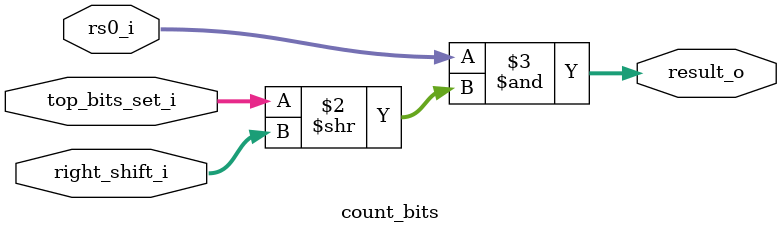
<source format=sv>
module count_bits #(parameter top_many_bits = 4)
  ( 
    input logic [31:0] rs0_i,
    input logic [6:0]  right_shift_i,
    input logic [31:0] top_bits_set_i,
    output logic [31:0] result_o
    );
  
  always_comb begin
    result_o = (rs0_i & ((top_bits_set_i)>>right_shift_i));
  end

endmodule
                    

</source>
